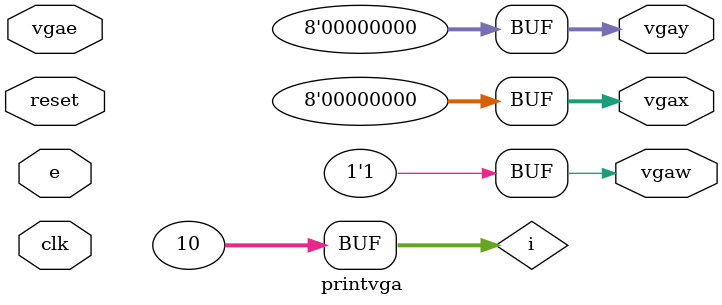
<source format=v>
module printvga(input wire clk, reset, vgae,
                input wire [15:0] e,
                output wire [7:0] vgax, vgay,
                output wire vgaw);


  // reg [7:0] i,j;
  integer i;

  // always @(posedge clock, posedge reset)
  //   if (reset)
  //   begin
  //     i <= 8'b00000000;
  //     j <= 8'b00000000;
  //   end
  //   else if (vgae)
  //   begin
  //     j <= 8'b00000000;
  //   end
  // end

  //0

  initial begin
    for (i=0; i<10; i=i+1) begin
      i=i;
    end
  end



  assign vgax = 8'b00000000;
  assign vgay = 8'b00000000;
  assign vgaw = 1;

  // //1
  // assign vgax = 8'b00000000;
  // assign vgay = 8'b00000001;
  // assign vgaw = 1;

  // //2
  // assign vgax = 8'b00000000;
  // assign vgay = 8'b00000010;
  // assign vgaw = 1;

  // //3
  // assign vgax = 8'b00000001;
  // assign vgay = 8'b00000000;
  // assign vgaw = 1;

  // //4
  // assign vgax = 8'b00000001;
  // assign vgay = 8'b00000001;
  // assign vgaw = 0;

  // //5
  // assign vgax = 8'b00000001;
  // assign vgay = 8'b00000010;
  // assign vgaw = 1;

  // //6
  // assign vgax = 8'b00000010;
  // assign vgay = 8'b00000000;
  // assign vgaw = 1;

  // //7
  // assign vgax = 8'b00000010;
  // assign vgay = 8'b00000001;
  // assign vgaw = 0;

  // //8
  // assign vgax = 8'b00000010;
  // assign vgay = 8'b00000010;
  // assign vgaw = 1;

  // //9
  // assign vgax = 8'b00000011;
  // assign vgay = 8'b00000000;
  // assign vgaw = 1;

  // //10
  // assign vgax = 8'b00000011;
  // assign vgay = 8'b00000001;
  // assign vgaw = 0;

  // //11
  // assign vgax = 8'b00000011;
  // assign vgay = 8'b00000010;
  // assign vgaw = 1;

  // //12
  // assign vgax = 8'b00000100;
  // assign vgay = 8'b00000000;
  // assign vgaw = 1;

  // //13
  // assign vgax = 8'b00000100;
  // assign vgay = 8'b00000001;
  // assign vgaw = 1;

  // //14
  // assign vgax = 8'b00000100;
  // assign vgay = 8'b00000010;
  // assign vgaw = 1;


endmodule // printvga
</source>
